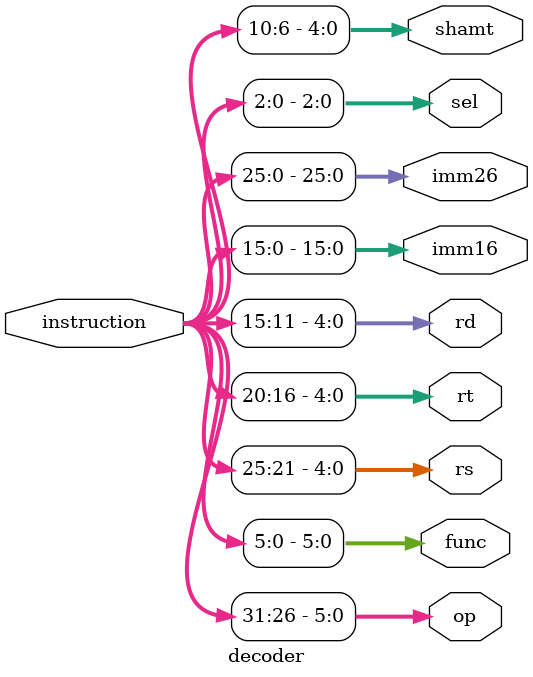
<source format=v>
/*
**  ä½è?ï¼å¼ é«
**  åè½ï¼å°32ä½æä»¤è§£ææå¤ä¸ªå­æ®µ
**  åå
*/

module decoder(
	input [31:0]		instruction,

    output [5:0] 		op,
	output [5:0]		func,
    output [4:0] 		rs,
	output [4:0]		rt,
	output [4:0]		rd,
    output [15:0] 		imm16,
    output [25:0] 		imm26,
    output [2:0] 		sel,
    output [4:0] 		shamt
);

    assign op 	 = instruction[31:26];
    assign rs 	 = instruction[25:21];
    assign rt 	 = instruction[20:16];
    assign rd 	 = instruction[15:11];
    assign shamt = instruction[10:6];
    assign func  = instruction[5:0];
    assign imm16 = instruction[15:0];
    assign imm26 = instruction[25:0];
    assign sel   = instruction[2:0];
	
endmodule

</source>
